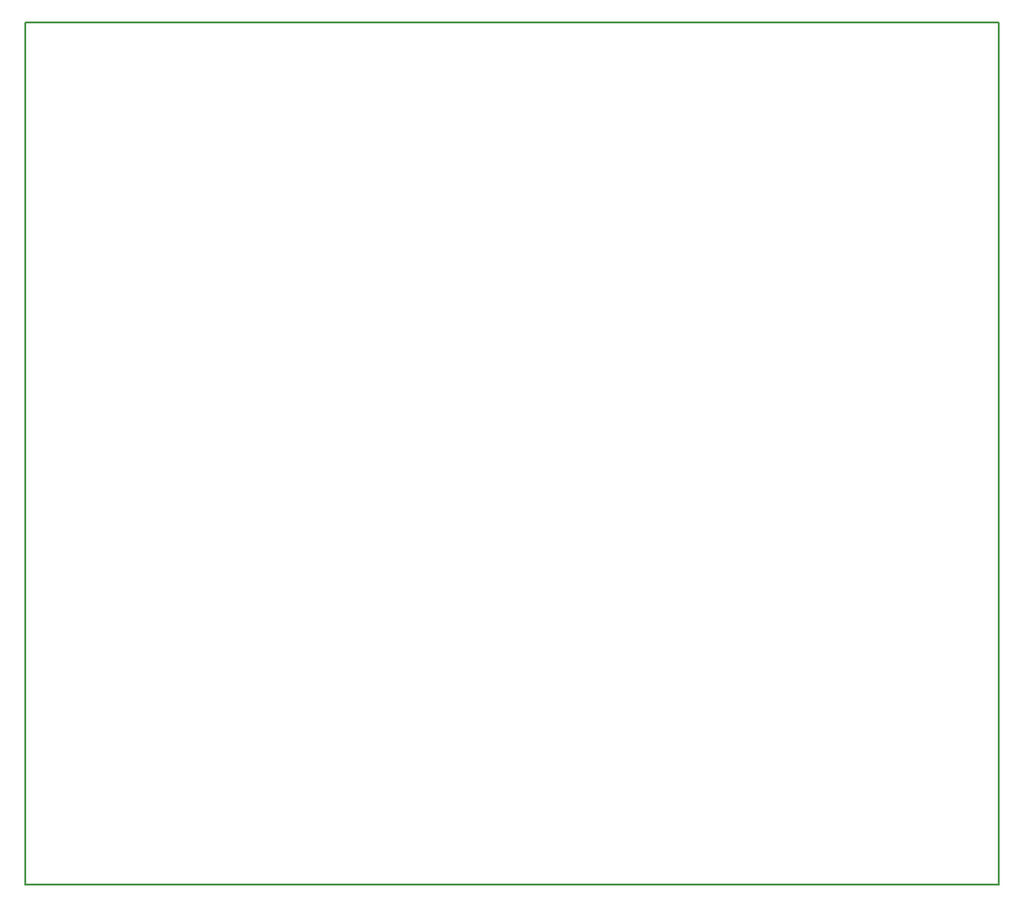
<source format=gm1>
%TF.GenerationSoftware,KiCad,Pcbnew,(5.0.0)*%
%TF.CreationDate,2018-10-04T13:43:41-06:00*%
%TF.ProjectId,contador,636F6E7461646F722E6B696361645F70,rev?*%
%TF.SameCoordinates,Original*%
%TF.FileFunction,Profile,NP*%
%FSLAX46Y46*%
G04 Gerber Fmt 4.6, Leading zero omitted, Abs format (unit mm)*
G04 Created by KiCad (PCBNEW (5.0.0)) date 10/04/18 13:43:41*
%MOMM*%
%LPD*%
G01*
G04 APERTURE LIST*
%ADD10C,0.200000*%
%ADD11C,0.150000*%
G04 APERTURE END LIST*
D10*
X100000000Y-128000000D02*
X188000000Y-128000000D01*
D11*
X100000000Y-50000000D02*
X100000000Y-128000000D01*
X100000000Y-50000000D02*
X188000000Y-50000000D01*
D10*
X188000000Y-50000000D02*
X188000000Y-128000000D01*
M02*

</source>
